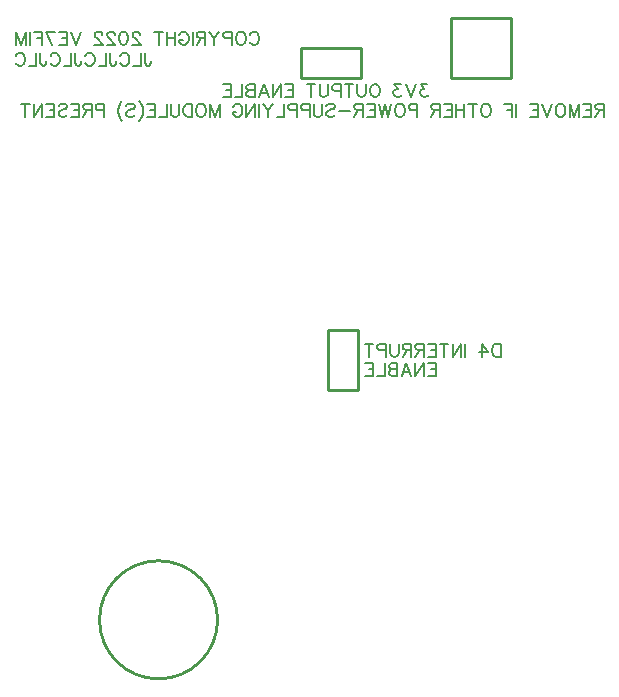
<source format=gbo>
G04 Layer: BottomSilkscreenLayer*
G04 EasyEDA v6.5.29, 2023-07-20 18:53:58*
G04 ae0c691ece8d4f248acc8e5a997bb802,5a6b42c53f6a479593ecc07194224c93,10*
G04 Gerber Generator version 0.2*
G04 Scale: 100 percent, Rotated: No, Reflected: No *
G04 Dimensions in millimeters *
G04 leading zeros omitted , absolute positions ,4 integer and 5 decimal *
%FSLAX45Y45*%
%MOMM*%

%ADD10C,0.1524*%
%ADD11C,0.1520*%
%ADD12C,0.2540*%

%LPD*%
D10*
X2741422Y5575807D02*
G01*
X2746756Y5586221D01*
X2757170Y5596636D01*
X2767329Y5601715D01*
X2788158Y5601715D01*
X2798572Y5596636D01*
X2808986Y5586221D01*
X2814320Y5575807D01*
X2819400Y5560060D01*
X2819400Y5534152D01*
X2814320Y5518657D01*
X2808986Y5508244D01*
X2798572Y5497829D01*
X2788158Y5492750D01*
X2767329Y5492750D01*
X2757170Y5497829D01*
X2746756Y5508244D01*
X2741422Y5518657D01*
X2675890Y5601715D02*
G01*
X2686304Y5596636D01*
X2696718Y5586221D01*
X2702052Y5575807D01*
X2707131Y5560060D01*
X2707131Y5534152D01*
X2702052Y5518657D01*
X2696718Y5508244D01*
X2686304Y5497829D01*
X2675890Y5492750D01*
X2655315Y5492750D01*
X2644902Y5497829D01*
X2634488Y5508244D01*
X2629154Y5518657D01*
X2624074Y5534152D01*
X2624074Y5560060D01*
X2629154Y5575807D01*
X2634488Y5586221D01*
X2644902Y5596636D01*
X2655315Y5601715D01*
X2675890Y5601715D01*
X2589784Y5601715D02*
G01*
X2589784Y5492750D01*
X2589784Y5601715D02*
G01*
X2543047Y5601715D01*
X2527300Y5596636D01*
X2522220Y5591302D01*
X2517140Y5580887D01*
X2517140Y5565394D01*
X2522220Y5554979D01*
X2527300Y5549900D01*
X2543047Y5544565D01*
X2589784Y5544565D01*
X2482850Y5601715D02*
G01*
X2441193Y5549900D01*
X2441193Y5492750D01*
X2399538Y5601715D02*
G01*
X2441193Y5549900D01*
X2365247Y5601715D02*
G01*
X2365247Y5492750D01*
X2365247Y5601715D02*
G01*
X2318511Y5601715D01*
X2303018Y5596636D01*
X2297684Y5591302D01*
X2292604Y5580887D01*
X2292604Y5570473D01*
X2297684Y5560060D01*
X2303018Y5554979D01*
X2318511Y5549900D01*
X2365247Y5549900D01*
X2328925Y5549900D02*
G01*
X2292604Y5492750D01*
X2258313Y5601715D02*
G01*
X2258313Y5492750D01*
X2146045Y5575807D02*
G01*
X2151379Y5586221D01*
X2161540Y5596636D01*
X2171954Y5601715D01*
X2192781Y5601715D01*
X2203195Y5596636D01*
X2213609Y5586221D01*
X2218690Y5575807D01*
X2224024Y5560060D01*
X2224024Y5534152D01*
X2218690Y5518657D01*
X2213609Y5508244D01*
X2203195Y5497829D01*
X2192781Y5492750D01*
X2171954Y5492750D01*
X2161540Y5497829D01*
X2151379Y5508244D01*
X2146045Y5518657D01*
X2146045Y5534152D01*
X2171954Y5534152D02*
G01*
X2146045Y5534152D01*
X2111756Y5601715D02*
G01*
X2111756Y5492750D01*
X2039111Y5601715D02*
G01*
X2039111Y5492750D01*
X2111756Y5549900D02*
G01*
X2039111Y5549900D01*
X1968500Y5601715D02*
G01*
X1968500Y5492750D01*
X2004822Y5601715D02*
G01*
X1931924Y5601715D01*
X1812544Y5575807D02*
G01*
X1812544Y5580887D01*
X1807210Y5591302D01*
X1802129Y5596636D01*
X1791715Y5601715D01*
X1770887Y5601715D01*
X1760473Y5596636D01*
X1755394Y5591302D01*
X1750060Y5580887D01*
X1750060Y5570473D01*
X1755394Y5560060D01*
X1765807Y5544565D01*
X1817623Y5492750D01*
X1744979Y5492750D01*
X1679447Y5601715D02*
G01*
X1695195Y5596636D01*
X1705610Y5580887D01*
X1710689Y5554979D01*
X1710689Y5539486D01*
X1705610Y5513323D01*
X1695195Y5497829D01*
X1679447Y5492750D01*
X1669034Y5492750D01*
X1653539Y5497829D01*
X1643126Y5513323D01*
X1638045Y5539486D01*
X1638045Y5554979D01*
X1643126Y5580887D01*
X1653539Y5596636D01*
X1669034Y5601715D01*
X1679447Y5601715D01*
X1598421Y5575807D02*
G01*
X1598421Y5580887D01*
X1593342Y5591302D01*
X1588007Y5596636D01*
X1577594Y5601715D01*
X1557020Y5601715D01*
X1546605Y5596636D01*
X1541271Y5591302D01*
X1536192Y5580887D01*
X1536192Y5570473D01*
X1541271Y5560060D01*
X1551686Y5544565D01*
X1603755Y5492750D01*
X1530857Y5492750D01*
X1491487Y5575807D02*
G01*
X1491487Y5580887D01*
X1486154Y5591302D01*
X1481073Y5596636D01*
X1470660Y5601715D01*
X1449831Y5601715D01*
X1439418Y5596636D01*
X1434337Y5591302D01*
X1429004Y5580887D01*
X1429004Y5570473D01*
X1434337Y5560060D01*
X1444752Y5544565D01*
X1496568Y5492750D01*
X1423923Y5492750D01*
X1309623Y5601715D02*
G01*
X1267968Y5492750D01*
X1226565Y5601715D02*
G01*
X1267968Y5492750D01*
X1192276Y5601715D02*
G01*
X1192276Y5492750D01*
X1192276Y5601715D02*
G01*
X1124712Y5601715D01*
X1192276Y5549900D02*
G01*
X1150620Y5549900D01*
X1192276Y5492750D02*
G01*
X1124712Y5492750D01*
X1017523Y5601715D02*
G01*
X1069594Y5492750D01*
X1090421Y5601715D02*
G01*
X1017523Y5601715D01*
X983234Y5601715D02*
G01*
X983234Y5492750D01*
X983234Y5601715D02*
G01*
X915670Y5601715D01*
X983234Y5549900D02*
G01*
X941831Y5549900D01*
X881379Y5601715D02*
G01*
X881379Y5492750D01*
X847089Y5601715D02*
G01*
X847089Y5492750D01*
X847089Y5601715D02*
G01*
X805687Y5492750D01*
X764031Y5601715D02*
G01*
X805687Y5492750D01*
X764031Y5601715D02*
G01*
X764031Y5492750D01*
D11*
X1853044Y5423938D02*
G01*
X1853044Y5340812D01*
X1858241Y5325224D01*
X1863435Y5320029D01*
X1873826Y5314835D01*
X1884217Y5314835D01*
X1894608Y5320029D01*
X1899805Y5325224D01*
X1905000Y5340812D01*
X1905000Y5351203D01*
X1818754Y5423938D02*
G01*
X1818754Y5314835D01*
X1818754Y5314835D02*
G01*
X1756410Y5314835D01*
X1644187Y5397962D02*
G01*
X1649384Y5408353D01*
X1659775Y5418744D01*
X1670164Y5423938D01*
X1690946Y5423938D01*
X1701337Y5418744D01*
X1711728Y5408353D01*
X1716925Y5397962D01*
X1722120Y5382374D01*
X1722120Y5356397D01*
X1716925Y5340812D01*
X1711728Y5330421D01*
X1701337Y5320029D01*
X1690946Y5314835D01*
X1670164Y5314835D01*
X1659775Y5320029D01*
X1649384Y5330421D01*
X1644187Y5340812D01*
X1557944Y5423938D02*
G01*
X1557944Y5340812D01*
X1563138Y5325224D01*
X1568335Y5320029D01*
X1578724Y5314835D01*
X1589115Y5314835D01*
X1599506Y5320029D01*
X1604703Y5325224D01*
X1609897Y5340812D01*
X1609897Y5351203D01*
X1523654Y5423938D02*
G01*
X1523654Y5314835D01*
X1523654Y5314835D02*
G01*
X1461307Y5314835D01*
X1349085Y5397962D02*
G01*
X1354282Y5408353D01*
X1364673Y5418744D01*
X1375064Y5423938D01*
X1395844Y5423938D01*
X1406235Y5418744D01*
X1416626Y5408353D01*
X1421823Y5397962D01*
X1427017Y5382374D01*
X1427017Y5356397D01*
X1421823Y5340812D01*
X1416626Y5330421D01*
X1406235Y5320029D01*
X1395844Y5314835D01*
X1375064Y5314835D01*
X1364673Y5320029D01*
X1354282Y5330421D01*
X1349085Y5340812D01*
X1262842Y5423938D02*
G01*
X1262842Y5340812D01*
X1268036Y5325224D01*
X1273233Y5320029D01*
X1283624Y5314835D01*
X1294015Y5314835D01*
X1304404Y5320029D01*
X1309601Y5325224D01*
X1314795Y5340812D01*
X1314795Y5351203D01*
X1228552Y5423938D02*
G01*
X1228552Y5314835D01*
X1228552Y5314835D02*
G01*
X1166205Y5314835D01*
X1053985Y5397962D02*
G01*
X1059179Y5408353D01*
X1069571Y5418744D01*
X1079962Y5423938D01*
X1100744Y5423938D01*
X1111135Y5418744D01*
X1121524Y5408353D01*
X1126721Y5397962D01*
X1131915Y5382374D01*
X1131915Y5356397D01*
X1126721Y5340812D01*
X1121524Y5330421D01*
X1111135Y5320029D01*
X1100744Y5314835D01*
X1079962Y5314835D01*
X1069571Y5320029D01*
X1059179Y5330421D01*
X1053985Y5340812D01*
X967739Y5423938D02*
G01*
X967739Y5340812D01*
X972934Y5325224D01*
X978131Y5320029D01*
X988522Y5314835D01*
X998913Y5314835D01*
X1009304Y5320029D01*
X1014498Y5325224D01*
X1019695Y5340812D01*
X1019695Y5351203D01*
X933450Y5423938D02*
G01*
X933450Y5314835D01*
X933450Y5314835D02*
G01*
X871105Y5314835D01*
X758883Y5397962D02*
G01*
X764077Y5408353D01*
X774468Y5418744D01*
X784860Y5423938D01*
X805642Y5423938D01*
X816033Y5418744D01*
X826424Y5408353D01*
X831618Y5397962D01*
X836815Y5382374D01*
X836815Y5356397D01*
X831618Y5340812D01*
X826424Y5330421D01*
X816033Y5320029D01*
X805642Y5314835D01*
X784860Y5314835D01*
X774468Y5320029D01*
X764077Y5330421D01*
X758883Y5340812D01*
D10*
X4244108Y5157238D02*
G01*
X4186958Y5157238D01*
X4218132Y5115674D01*
X4202544Y5115674D01*
X4192155Y5110479D01*
X4186958Y5105285D01*
X4181764Y5089697D01*
X4181764Y5079306D01*
X4186958Y5063721D01*
X4197350Y5053329D01*
X4212935Y5048135D01*
X4228523Y5048135D01*
X4244108Y5053329D01*
X4249305Y5058524D01*
X4254500Y5068915D01*
X4147474Y5157238D02*
G01*
X4105909Y5048135D01*
X4064345Y5157238D02*
G01*
X4105909Y5048135D01*
X4019664Y5157238D02*
G01*
X3962514Y5157238D01*
X3993687Y5115674D01*
X3978102Y5115674D01*
X3967711Y5110479D01*
X3962514Y5105285D01*
X3957320Y5089697D01*
X3957320Y5079306D01*
X3962514Y5063721D01*
X3972905Y5053329D01*
X3988493Y5048135D01*
X4004078Y5048135D01*
X4019664Y5053329D01*
X4024861Y5058524D01*
X4030055Y5068915D01*
X3811846Y5157238D02*
G01*
X3822237Y5152044D01*
X3832628Y5141653D01*
X3837825Y5131262D01*
X3843020Y5115674D01*
X3843020Y5089697D01*
X3837825Y5074112D01*
X3832628Y5063721D01*
X3822237Y5053329D01*
X3811846Y5048135D01*
X3791064Y5048135D01*
X3780675Y5053329D01*
X3770284Y5063721D01*
X3765087Y5074112D01*
X3759893Y5089697D01*
X3759893Y5115674D01*
X3765087Y5131262D01*
X3770284Y5141653D01*
X3780675Y5152044D01*
X3791064Y5157238D01*
X3811846Y5157238D01*
X3725603Y5157238D02*
G01*
X3725603Y5079306D01*
X3720406Y5063721D01*
X3710015Y5053329D01*
X3694429Y5048135D01*
X3684038Y5048135D01*
X3668453Y5053329D01*
X3658062Y5063721D01*
X3652865Y5079306D01*
X3652865Y5157238D01*
X3582207Y5157238D02*
G01*
X3582207Y5048135D01*
X3618575Y5157238D02*
G01*
X3545840Y5157238D01*
X3511550Y5157238D02*
G01*
X3511550Y5048135D01*
X3511550Y5157238D02*
G01*
X3464791Y5157238D01*
X3449205Y5152044D01*
X3444008Y5146847D01*
X3438814Y5136456D01*
X3438814Y5120871D01*
X3444008Y5110479D01*
X3449205Y5105285D01*
X3464791Y5100088D01*
X3511550Y5100088D01*
X3404524Y5157238D02*
G01*
X3404524Y5079306D01*
X3399327Y5063721D01*
X3388936Y5053329D01*
X3373351Y5048135D01*
X3362959Y5048135D01*
X3347374Y5053329D01*
X3336983Y5063721D01*
X3331786Y5079306D01*
X3331786Y5157238D01*
X3261128Y5157238D02*
G01*
X3261128Y5048135D01*
X3297496Y5157238D02*
G01*
X3224761Y5157238D01*
X3110461Y5157238D02*
G01*
X3110461Y5048135D01*
X3110461Y5157238D02*
G01*
X3042920Y5157238D01*
X3110461Y5105285D02*
G01*
X3068896Y5105285D01*
X3110461Y5048135D02*
G01*
X3042920Y5048135D01*
X3008629Y5157238D02*
G01*
X3008629Y5048135D01*
X3008629Y5157238D02*
G01*
X2935894Y5048135D01*
X2935894Y5157238D02*
G01*
X2935894Y5048135D01*
X2860040Y5157238D02*
G01*
X2901604Y5048135D01*
X2860040Y5157238D02*
G01*
X2818475Y5048135D01*
X2886016Y5084503D02*
G01*
X2834063Y5084503D01*
X2784185Y5157238D02*
G01*
X2784185Y5048135D01*
X2784185Y5157238D02*
G01*
X2737426Y5157238D01*
X2721841Y5152044D01*
X2716644Y5146847D01*
X2711450Y5136456D01*
X2711450Y5126065D01*
X2716644Y5115674D01*
X2721841Y5110479D01*
X2737426Y5105285D01*
X2784185Y5105285D02*
G01*
X2737426Y5105285D01*
X2721841Y5100088D01*
X2716644Y5094894D01*
X2711450Y5084503D01*
X2711450Y5068915D01*
X2716644Y5058524D01*
X2721841Y5053329D01*
X2737426Y5048135D01*
X2784185Y5048135D01*
X2677159Y5157238D02*
G01*
X2677159Y5048135D01*
X2677159Y5048135D02*
G01*
X2614815Y5048135D01*
X2580525Y5157238D02*
G01*
X2580525Y5048135D01*
X2580525Y5157238D02*
G01*
X2512984Y5157238D01*
X2580525Y5105285D02*
G01*
X2538961Y5105285D01*
X2580525Y5048135D02*
G01*
X2512984Y5048135D01*
X5740400Y4992138D02*
G01*
X5740400Y4883035D01*
X5740400Y4992138D02*
G01*
X5693641Y4992138D01*
X5678055Y4986944D01*
X5672858Y4981747D01*
X5667664Y4971356D01*
X5667664Y4960965D01*
X5672858Y4950574D01*
X5678055Y4945379D01*
X5693641Y4940185D01*
X5740400Y4940185D01*
X5704032Y4940185D02*
G01*
X5667664Y4883035D01*
X5633374Y4992138D02*
G01*
X5633374Y4883035D01*
X5633374Y4992138D02*
G01*
X5565833Y4992138D01*
X5633374Y4940185D02*
G01*
X5591809Y4940185D01*
X5633374Y4883035D02*
G01*
X5565833Y4883035D01*
X5531543Y4992138D02*
G01*
X5531543Y4883035D01*
X5531543Y4992138D02*
G01*
X5489978Y4883035D01*
X5448414Y4992138D02*
G01*
X5489978Y4883035D01*
X5448414Y4992138D02*
G01*
X5448414Y4883035D01*
X5382953Y4992138D02*
G01*
X5393344Y4986944D01*
X5403735Y4976553D01*
X5408929Y4966162D01*
X5414124Y4950574D01*
X5414124Y4924597D01*
X5408929Y4909012D01*
X5403735Y4898621D01*
X5393344Y4888229D01*
X5382953Y4883035D01*
X5362171Y4883035D01*
X5351779Y4888229D01*
X5341388Y4898621D01*
X5336194Y4909012D01*
X5330997Y4924597D01*
X5330997Y4950574D01*
X5336194Y4966162D01*
X5341388Y4976553D01*
X5351779Y4986944D01*
X5362171Y4992138D01*
X5382953Y4992138D01*
X5296707Y4992138D02*
G01*
X5255145Y4883035D01*
X5213581Y4992138D02*
G01*
X5255145Y4883035D01*
X5179291Y4992138D02*
G01*
X5179291Y4883035D01*
X5179291Y4992138D02*
G01*
X5111750Y4992138D01*
X5179291Y4940185D02*
G01*
X5137726Y4940185D01*
X5179291Y4883035D02*
G01*
X5111750Y4883035D01*
X4997450Y4992138D02*
G01*
X4997450Y4883035D01*
X4963159Y4992138D02*
G01*
X4963159Y4883035D01*
X4963159Y4992138D02*
G01*
X4895618Y4992138D01*
X4963159Y4940185D02*
G01*
X4921595Y4940185D01*
X4750145Y4992138D02*
G01*
X4760536Y4986944D01*
X4770927Y4976553D01*
X4776124Y4966162D01*
X4781318Y4950574D01*
X4781318Y4924597D01*
X4776124Y4909012D01*
X4770927Y4898621D01*
X4760536Y4888229D01*
X4750145Y4883035D01*
X4729365Y4883035D01*
X4718974Y4888229D01*
X4708583Y4898621D01*
X4703386Y4909012D01*
X4698192Y4924597D01*
X4698192Y4950574D01*
X4703386Y4966162D01*
X4708583Y4976553D01*
X4718974Y4986944D01*
X4729365Y4992138D01*
X4750145Y4992138D01*
X4627534Y4992138D02*
G01*
X4627534Y4883035D01*
X4663902Y4992138D02*
G01*
X4591164Y4992138D01*
X4556874Y4992138D02*
G01*
X4556874Y4883035D01*
X4484138Y4992138D02*
G01*
X4484138Y4883035D01*
X4556874Y4940185D02*
G01*
X4484138Y4940185D01*
X4449848Y4992138D02*
G01*
X4449848Y4883035D01*
X4449848Y4992138D02*
G01*
X4382307Y4992138D01*
X4449848Y4940185D02*
G01*
X4408284Y4940185D01*
X4449848Y4883035D02*
G01*
X4382307Y4883035D01*
X4348017Y4992138D02*
G01*
X4348017Y4883035D01*
X4348017Y4992138D02*
G01*
X4301258Y4992138D01*
X4285673Y4986944D01*
X4280476Y4981747D01*
X4275282Y4971356D01*
X4275282Y4960965D01*
X4280476Y4950574D01*
X4285673Y4945379D01*
X4301258Y4940185D01*
X4348017Y4940185D01*
X4311650Y4940185D02*
G01*
X4275282Y4883035D01*
X4160982Y4992138D02*
G01*
X4160982Y4883035D01*
X4160982Y4992138D02*
G01*
X4114223Y4992138D01*
X4098635Y4986944D01*
X4093441Y4981747D01*
X4088244Y4971356D01*
X4088244Y4955771D01*
X4093441Y4945379D01*
X4098635Y4940185D01*
X4114223Y4934988D01*
X4160982Y4934988D01*
X4022783Y4992138D02*
G01*
X4033174Y4986944D01*
X4043565Y4976553D01*
X4048759Y4966162D01*
X4053954Y4950574D01*
X4053954Y4924597D01*
X4048759Y4909012D01*
X4043565Y4898621D01*
X4033174Y4888229D01*
X4022783Y4883035D01*
X4002001Y4883035D01*
X3991609Y4888229D01*
X3981218Y4898621D01*
X3976024Y4909012D01*
X3970827Y4924597D01*
X3970827Y4950574D01*
X3976024Y4966162D01*
X3981218Y4976553D01*
X3991609Y4986944D01*
X4002001Y4992138D01*
X4022783Y4992138D01*
X3936537Y4992138D02*
G01*
X3910561Y4883035D01*
X3884584Y4992138D02*
G01*
X3910561Y4883035D01*
X3884584Y4992138D02*
G01*
X3858605Y4883035D01*
X3832628Y4992138D02*
G01*
X3858605Y4883035D01*
X3798338Y4992138D02*
G01*
X3798338Y4883035D01*
X3798338Y4992138D02*
G01*
X3730797Y4992138D01*
X3798338Y4940185D02*
G01*
X3756774Y4940185D01*
X3798338Y4883035D02*
G01*
X3730797Y4883035D01*
X3696507Y4992138D02*
G01*
X3696507Y4883035D01*
X3696507Y4992138D02*
G01*
X3649748Y4992138D01*
X3634163Y4986944D01*
X3628966Y4981747D01*
X3623772Y4971356D01*
X3623772Y4960965D01*
X3628966Y4950574D01*
X3634163Y4945379D01*
X3649748Y4940185D01*
X3696507Y4940185D01*
X3660140Y4940185D02*
G01*
X3623772Y4883035D01*
X3589482Y4929794D02*
G01*
X3495964Y4929794D01*
X3388936Y4976553D02*
G01*
X3399327Y4986944D01*
X3414915Y4992138D01*
X3435695Y4992138D01*
X3451283Y4986944D01*
X3461674Y4976553D01*
X3461674Y4966162D01*
X3456477Y4955771D01*
X3451283Y4950574D01*
X3440892Y4945379D01*
X3409718Y4934988D01*
X3399327Y4929794D01*
X3394133Y4924597D01*
X3388936Y4914206D01*
X3388936Y4898621D01*
X3399327Y4888229D01*
X3414915Y4883035D01*
X3435695Y4883035D01*
X3451283Y4888229D01*
X3461674Y4898621D01*
X3354646Y4992138D02*
G01*
X3354646Y4914206D01*
X3349452Y4898621D01*
X3339061Y4888229D01*
X3323475Y4883035D01*
X3313084Y4883035D01*
X3297496Y4888229D01*
X3287105Y4898621D01*
X3281911Y4914206D01*
X3281911Y4992138D01*
X3247621Y4992138D02*
G01*
X3247621Y4883035D01*
X3247621Y4992138D02*
G01*
X3200862Y4992138D01*
X3185274Y4986944D01*
X3180079Y4981747D01*
X3174885Y4971356D01*
X3174885Y4955771D01*
X3180079Y4945379D01*
X3185274Y4940185D01*
X3200862Y4934988D01*
X3247621Y4934988D01*
X3140595Y4992138D02*
G01*
X3140595Y4883035D01*
X3140595Y4992138D02*
G01*
X3093834Y4992138D01*
X3078248Y4986944D01*
X3073054Y4981747D01*
X3067857Y4971356D01*
X3067857Y4955771D01*
X3073054Y4945379D01*
X3078248Y4940185D01*
X3093834Y4934988D01*
X3140595Y4934988D01*
X3033567Y4992138D02*
G01*
X3033567Y4883035D01*
X3033567Y4883035D02*
G01*
X2971223Y4883035D01*
X2936933Y4992138D02*
G01*
X2895368Y4940185D01*
X2895368Y4883035D01*
X2853804Y4992138D02*
G01*
X2895368Y4940185D01*
X2819514Y4992138D02*
G01*
X2819514Y4883035D01*
X2785224Y4992138D02*
G01*
X2785224Y4883035D01*
X2785224Y4992138D02*
G01*
X2712488Y4883035D01*
X2712488Y4992138D02*
G01*
X2712488Y4883035D01*
X2600266Y4966162D02*
G01*
X2605463Y4976553D01*
X2615854Y4986944D01*
X2626245Y4992138D01*
X2647025Y4992138D01*
X2657416Y4986944D01*
X2667807Y4976553D01*
X2673004Y4966162D01*
X2678198Y4950574D01*
X2678198Y4924597D01*
X2673004Y4909012D01*
X2667807Y4898621D01*
X2657416Y4888229D01*
X2647025Y4883035D01*
X2626245Y4883035D01*
X2615854Y4888229D01*
X2605463Y4898621D01*
X2600266Y4909012D01*
X2600266Y4924597D01*
X2626245Y4924597D02*
G01*
X2600266Y4924597D01*
X2485966Y4992138D02*
G01*
X2485966Y4883035D01*
X2485966Y4992138D02*
G01*
X2444404Y4883035D01*
X2402840Y4992138D02*
G01*
X2444404Y4883035D01*
X2402840Y4992138D02*
G01*
X2402840Y4883035D01*
X2337376Y4992138D02*
G01*
X2347767Y4986944D01*
X2358158Y4976553D01*
X2363355Y4966162D01*
X2368550Y4950574D01*
X2368550Y4924597D01*
X2363355Y4909012D01*
X2358158Y4898621D01*
X2347767Y4888229D01*
X2337376Y4883035D01*
X2316594Y4883035D01*
X2306205Y4888229D01*
X2295814Y4898621D01*
X2290617Y4909012D01*
X2285423Y4924597D01*
X2285423Y4950574D01*
X2290617Y4966162D01*
X2295814Y4976553D01*
X2306205Y4986944D01*
X2316594Y4992138D01*
X2337376Y4992138D01*
X2251133Y4992138D02*
G01*
X2251133Y4883035D01*
X2251133Y4992138D02*
G01*
X2214765Y4992138D01*
X2199177Y4986944D01*
X2188786Y4976553D01*
X2183592Y4966162D01*
X2178395Y4950574D01*
X2178395Y4924597D01*
X2183592Y4909012D01*
X2188786Y4898621D01*
X2199177Y4888229D01*
X2214765Y4883035D01*
X2251133Y4883035D01*
X2144105Y4992138D02*
G01*
X2144105Y4914206D01*
X2138911Y4898621D01*
X2128520Y4888229D01*
X2112934Y4883035D01*
X2102543Y4883035D01*
X2086955Y4888229D01*
X2076564Y4898621D01*
X2071370Y4914206D01*
X2071370Y4992138D01*
X2037079Y4992138D02*
G01*
X2037079Y4883035D01*
X2037079Y4883035D02*
G01*
X1974735Y4883035D01*
X1940445Y4992138D02*
G01*
X1940445Y4883035D01*
X1940445Y4992138D02*
G01*
X1872904Y4992138D01*
X1940445Y4940185D02*
G01*
X1898881Y4940185D01*
X1940445Y4883035D02*
G01*
X1872904Y4883035D01*
X1802244Y5012921D02*
G01*
X1812635Y5002529D01*
X1823026Y4986944D01*
X1833417Y4966162D01*
X1838614Y4940185D01*
X1838614Y4919403D01*
X1833417Y4893424D01*
X1823026Y4872644D01*
X1812635Y4857056D01*
X1802244Y4846665D01*
X1695218Y4976553D02*
G01*
X1705610Y4986944D01*
X1721195Y4992138D01*
X1741977Y4992138D01*
X1757565Y4986944D01*
X1767954Y4976553D01*
X1767954Y4966162D01*
X1762760Y4955771D01*
X1757565Y4950574D01*
X1747174Y4945379D01*
X1716001Y4934988D01*
X1705610Y4929794D01*
X1700415Y4924597D01*
X1695218Y4914206D01*
X1695218Y4898621D01*
X1705610Y4888229D01*
X1721195Y4883035D01*
X1741977Y4883035D01*
X1757565Y4888229D01*
X1767954Y4898621D01*
X1660928Y5012921D02*
G01*
X1650537Y5002529D01*
X1640146Y4986944D01*
X1629755Y4966162D01*
X1624561Y4940185D01*
X1624561Y4919403D01*
X1629755Y4893424D01*
X1640146Y4872644D01*
X1650537Y4857056D01*
X1660928Y4846665D01*
X1510261Y4992138D02*
G01*
X1510261Y4883035D01*
X1510261Y4992138D02*
G01*
X1463502Y4992138D01*
X1447914Y4986944D01*
X1442720Y4981747D01*
X1437525Y4971356D01*
X1437525Y4955771D01*
X1442720Y4945379D01*
X1447914Y4940185D01*
X1463502Y4934988D01*
X1510261Y4934988D01*
X1403235Y4992138D02*
G01*
X1403235Y4883035D01*
X1403235Y4992138D02*
G01*
X1356474Y4992138D01*
X1340888Y4986944D01*
X1335694Y4981747D01*
X1330497Y4971356D01*
X1330497Y4960965D01*
X1335694Y4950574D01*
X1340888Y4945379D01*
X1356474Y4940185D01*
X1403235Y4940185D01*
X1366865Y4940185D02*
G01*
X1330497Y4883035D01*
X1296207Y4992138D02*
G01*
X1296207Y4883035D01*
X1296207Y4992138D02*
G01*
X1228666Y4992138D01*
X1296207Y4940185D02*
G01*
X1254645Y4940185D01*
X1296207Y4883035D02*
G01*
X1228666Y4883035D01*
X1121641Y4976553D02*
G01*
X1132032Y4986944D01*
X1147617Y4992138D01*
X1168400Y4992138D01*
X1183985Y4986944D01*
X1194376Y4976553D01*
X1194376Y4966162D01*
X1189182Y4955771D01*
X1183985Y4950574D01*
X1173594Y4945379D01*
X1142423Y4934988D01*
X1132032Y4929794D01*
X1126835Y4924597D01*
X1121641Y4914206D01*
X1121641Y4898621D01*
X1132032Y4888229D01*
X1147617Y4883035D01*
X1168400Y4883035D01*
X1183985Y4888229D01*
X1194376Y4898621D01*
X1087351Y4992138D02*
G01*
X1087351Y4883035D01*
X1087351Y4992138D02*
G01*
X1019810Y4992138D01*
X1087351Y4940185D02*
G01*
X1045786Y4940185D01*
X1087351Y4883035D02*
G01*
X1019810Y4883035D01*
X985520Y4992138D02*
G01*
X985520Y4883035D01*
X985520Y4992138D02*
G01*
X912784Y4883035D01*
X912784Y4992138D02*
G01*
X912784Y4883035D01*
X842124Y4992138D02*
G01*
X842124Y4883035D01*
X878494Y4992138D02*
G01*
X805756Y4992138D01*
X4864100Y2960138D02*
G01*
X4864100Y2851035D01*
X4864100Y2960138D02*
G01*
X4827732Y2960138D01*
X4812144Y2954944D01*
X4801755Y2944553D01*
X4796558Y2934162D01*
X4791364Y2918574D01*
X4791364Y2892597D01*
X4796558Y2877012D01*
X4801755Y2866621D01*
X4812144Y2856229D01*
X4827732Y2851035D01*
X4864100Y2851035D01*
X4705118Y2960138D02*
G01*
X4757074Y2887403D01*
X4679142Y2887403D01*
X4705118Y2960138D02*
G01*
X4705118Y2851035D01*
X4564842Y2960138D02*
G01*
X4564842Y2851035D01*
X4530552Y2960138D02*
G01*
X4530552Y2851035D01*
X4530552Y2960138D02*
G01*
X4457814Y2851035D01*
X4457814Y2960138D02*
G01*
X4457814Y2851035D01*
X4387156Y2960138D02*
G01*
X4387156Y2851035D01*
X4423524Y2960138D02*
G01*
X4350788Y2960138D01*
X4316498Y2960138D02*
G01*
X4316498Y2851035D01*
X4316498Y2960138D02*
G01*
X4248957Y2960138D01*
X4316498Y2908185D02*
G01*
X4274934Y2908185D01*
X4316498Y2851035D02*
G01*
X4248957Y2851035D01*
X4214667Y2960138D02*
G01*
X4214667Y2851035D01*
X4214667Y2960138D02*
G01*
X4167908Y2960138D01*
X4152323Y2954944D01*
X4147126Y2949747D01*
X4141932Y2939356D01*
X4141932Y2928965D01*
X4147126Y2918574D01*
X4152323Y2913379D01*
X4167908Y2908185D01*
X4214667Y2908185D01*
X4178300Y2908185D02*
G01*
X4141932Y2851035D01*
X4107642Y2960138D02*
G01*
X4107642Y2851035D01*
X4107642Y2960138D02*
G01*
X4060883Y2960138D01*
X4045295Y2954944D01*
X4040101Y2949747D01*
X4034904Y2939356D01*
X4034904Y2928965D01*
X4040101Y2918574D01*
X4045295Y2913379D01*
X4060883Y2908185D01*
X4107642Y2908185D01*
X4071274Y2908185D02*
G01*
X4034904Y2851035D01*
X4000614Y2960138D02*
G01*
X4000614Y2882206D01*
X3995420Y2866621D01*
X3985028Y2856229D01*
X3969443Y2851035D01*
X3959052Y2851035D01*
X3943464Y2856229D01*
X3933075Y2866621D01*
X3927878Y2882206D01*
X3927878Y2960138D01*
X3893588Y2960138D02*
G01*
X3893588Y2851035D01*
X3893588Y2960138D02*
G01*
X3846829Y2960138D01*
X3831244Y2954944D01*
X3826047Y2949747D01*
X3820853Y2939356D01*
X3820853Y2923771D01*
X3826047Y2913379D01*
X3831244Y2908185D01*
X3846829Y2902988D01*
X3893588Y2902988D01*
X3750195Y2960138D02*
G01*
X3750195Y2851035D01*
X3786563Y2960138D02*
G01*
X3713825Y2960138D01*
X4318000Y2795038D02*
G01*
X4318000Y2685935D01*
X4318000Y2795038D02*
G01*
X4250458Y2795038D01*
X4318000Y2743085D02*
G01*
X4276435Y2743085D01*
X4318000Y2685935D02*
G01*
X4250458Y2685935D01*
X4216168Y2795038D02*
G01*
X4216168Y2685935D01*
X4216168Y2795038D02*
G01*
X4143433Y2685935D01*
X4143433Y2795038D02*
G01*
X4143433Y2685935D01*
X4067578Y2795038D02*
G01*
X4109143Y2685935D01*
X4067578Y2795038D02*
G01*
X4026014Y2685935D01*
X4093555Y2722303D02*
G01*
X4041602Y2722303D01*
X3991724Y2795038D02*
G01*
X3991724Y2685935D01*
X3991724Y2795038D02*
G01*
X3944965Y2795038D01*
X3929379Y2789844D01*
X3924185Y2784647D01*
X3918988Y2774256D01*
X3918988Y2763865D01*
X3924185Y2753474D01*
X3929379Y2748279D01*
X3944965Y2743085D01*
X3991724Y2743085D02*
G01*
X3944965Y2743085D01*
X3929379Y2737888D01*
X3924185Y2732694D01*
X3918988Y2722303D01*
X3918988Y2706715D01*
X3924185Y2696324D01*
X3929379Y2691129D01*
X3944965Y2685935D01*
X3991724Y2685935D01*
X3884698Y2795038D02*
G01*
X3884698Y2685935D01*
X3884698Y2685935D02*
G01*
X3822354Y2685935D01*
X3788064Y2795038D02*
G01*
X3788064Y2685935D01*
X3788064Y2795038D02*
G01*
X3720523Y2795038D01*
X3788064Y2743085D02*
G01*
X3746500Y2743085D01*
X3788064Y2685935D02*
G01*
X3720523Y2685935D01*
D12*
X3403600Y3073400D02*
G01*
X3657600Y3073400D01*
X3657600Y2565400D01*
X3403600Y2565400D01*
X3403600Y3073400D01*
X3657600Y3073400D01*
X3683000Y5461000D02*
G01*
X3683000Y5207000D01*
X3175000Y5207000D01*
X3175000Y5461000D01*
X3683000Y5461000D01*
X3683000Y5207000D01*
G75*
G01
X2468499Y622300D02*
G03X2468499Y622300I-499999J0D01*
X4445000Y5715000D02*
G01*
X4953000Y5715000D01*
X4953000Y5207000D01*
X4445000Y5207000D01*
X4445000Y5715000D01*
M02*

</source>
